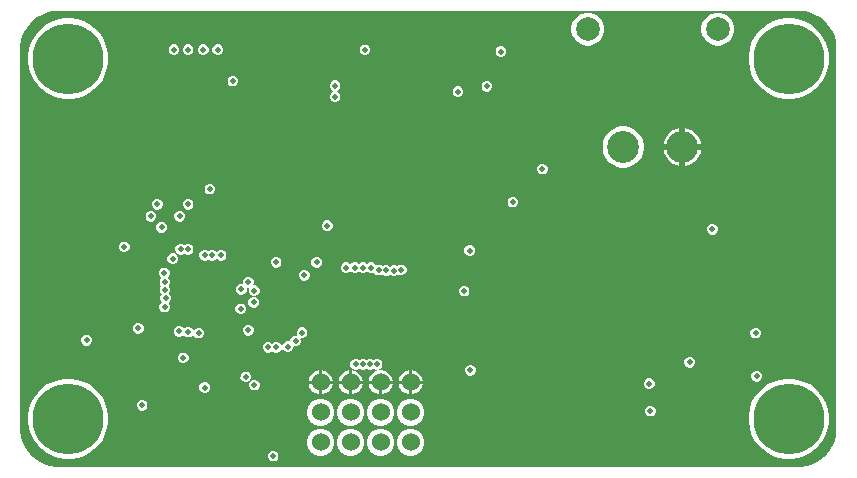
<source format=gbr>
G04*
G04 #@! TF.GenerationSoftware,Altium Limited,Altium Designer,24.7.2 (38)*
G04*
G04 Layer_Physical_Order=2*
G04 Layer_Color=15254943*
%FSLAX25Y25*%
%MOIN*%
G70*
G04*
G04 #@! TF.SameCoordinates,AB7849DE-EAC8-4354-A705-FC1E97C67EB3*
G04*
G04*
G04 #@! TF.FilePolarity,Positive*
G04*
G01*
G75*
%ADD87C,0.23622*%
%ADD88C,0.10630*%
%ADD89C,0.07874*%
%ADD107C,0.01968*%
%ADD108C,0.06000*%
G36*
X390102Y337780D02*
X390930D01*
X392573Y337564D01*
X394173Y337135D01*
X395704Y336501D01*
X397139Y335672D01*
X398453Y334664D01*
X399624Y333492D01*
X400633Y332178D01*
X401461Y330743D01*
X402096Y329212D01*
X402524Y327612D01*
X402740Y325969D01*
X402740Y325141D01*
X402740Y198481D01*
Y197653D01*
X402524Y196010D01*
X402096Y194410D01*
X401461Y192879D01*
X400633Y191444D01*
X399624Y190130D01*
X398453Y188958D01*
X397138Y187950D01*
X395704Y187121D01*
X394173Y186487D01*
X392573Y186058D01*
X390930Y185842D01*
X390102Y185842D01*
X143363Y185842D01*
X142535D01*
X140892Y186058D01*
X139292Y186487D01*
X137761Y187121D01*
X136326Y187950D01*
X135012Y188958D01*
X133840Y190130D01*
X132832Y191444D01*
X132003Y192879D01*
X131369Y194410D01*
X130940Y196010D01*
X130724Y197653D01*
X130724Y198481D01*
X130724Y324803D01*
X130724Y325141D01*
Y325969D01*
X130940Y327612D01*
X131369Y329212D01*
X132003Y330743D01*
X132832Y332178D01*
X133840Y333492D01*
X135012Y334664D01*
X136326Y335672D01*
X137761Y336501D01*
X139292Y337135D01*
X140892Y337564D01*
X142535Y337780D01*
X143363Y337780D01*
X390102Y337780D01*
D02*
G37*
%LPC*%
G36*
X363915Y337205D02*
X362463D01*
X361062Y336829D01*
X359805Y336104D01*
X358778Y335077D01*
X358053Y333820D01*
X357677Y332419D01*
Y330967D01*
X358053Y329565D01*
X358778Y328309D01*
X359805Y327282D01*
X361062Y326557D01*
X362463Y326181D01*
X363915D01*
X365317Y326557D01*
X366573Y327282D01*
X367600Y328309D01*
X368325Y329565D01*
X368701Y330967D01*
Y332419D01*
X368325Y333820D01*
X367600Y335077D01*
X366573Y336104D01*
X365317Y336829D01*
X363915Y337205D01*
D02*
G37*
G36*
X320607D02*
X319156D01*
X317754Y336829D01*
X316498Y336104D01*
X315471Y335077D01*
X314746Y333820D01*
X314370Y332419D01*
Y330967D01*
X314746Y329565D01*
X315471Y328309D01*
X316498Y327282D01*
X317754Y326557D01*
X319156Y326181D01*
X320607D01*
X322009Y326557D01*
X323266Y327282D01*
X324292Y328309D01*
X325018Y329565D01*
X325394Y330967D01*
Y332419D01*
X325018Y333820D01*
X324292Y335077D01*
X323266Y336104D01*
X322009Y336829D01*
X320607Y337205D01*
D02*
G37*
G36*
X196809Y326575D02*
X196104D01*
X195453Y326305D01*
X194955Y325807D01*
X194685Y325155D01*
Y324451D01*
X194955Y323800D01*
X195453Y323301D01*
X196104Y323031D01*
X196809D01*
X197460Y323301D01*
X197959Y323800D01*
X198228Y324451D01*
Y325155D01*
X197959Y325807D01*
X197460Y326305D01*
X196809Y326575D01*
D02*
G37*
G36*
X192085D02*
X191380D01*
X190729Y326305D01*
X190230Y325807D01*
X189961Y325155D01*
Y324451D01*
X190230Y323800D01*
X190729Y323301D01*
X191380Y323031D01*
X192085D01*
X192736Y323301D01*
X193234Y323800D01*
X193504Y324451D01*
Y325155D01*
X193234Y325807D01*
X192736Y326305D01*
X192085Y326575D01*
D02*
G37*
G36*
X186967D02*
X186262D01*
X185611Y326305D01*
X185112Y325807D01*
X184843Y325155D01*
Y324451D01*
X185112Y323800D01*
X185611Y323301D01*
X186262Y323031D01*
X186967D01*
X187618Y323301D01*
X188116Y323800D01*
X188386Y324451D01*
Y325155D01*
X188116Y325807D01*
X187618Y326305D01*
X186967Y326575D01*
D02*
G37*
G36*
X182242D02*
X181537D01*
X180886Y326305D01*
X180388Y325807D01*
X180118Y325155D01*
Y324451D01*
X180388Y323800D01*
X180886Y323301D01*
X181537Y323031D01*
X182242D01*
X182893Y323301D01*
X183392Y323800D01*
X183661Y324451D01*
Y325155D01*
X183392Y325807D01*
X182893Y326305D01*
X182242Y326575D01*
D02*
G37*
G36*
X245931Y326502D02*
X245226D01*
X244575Y326232D01*
X244077Y325733D01*
X243807Y325082D01*
Y324377D01*
X244077Y323726D01*
X244575Y323228D01*
X245226Y322958D01*
X245931D01*
X246582Y323228D01*
X247080Y323726D01*
X247350Y324377D01*
Y325082D01*
X247080Y325733D01*
X246582Y326232D01*
X245931Y326502D01*
D02*
G37*
G36*
X291229Y325978D02*
X290524D01*
X289873Y325708D01*
X289374Y325210D01*
X289105Y324559D01*
Y323854D01*
X289374Y323203D01*
X289873Y322705D01*
X290524Y322435D01*
X291229D01*
X291880Y322705D01*
X292378Y323203D01*
X292648Y323854D01*
Y324559D01*
X292378Y325210D01*
X291880Y325708D01*
X291229Y325978D01*
D02*
G37*
G36*
X201927Y316112D02*
X201222D01*
X200571Y315843D01*
X200073Y315344D01*
X199803Y314693D01*
Y313988D01*
X200073Y313337D01*
X200571Y312839D01*
X201222Y312569D01*
X201927D01*
X202578Y312839D01*
X203077Y313337D01*
X203346Y313988D01*
Y314693D01*
X203077Y315344D01*
X202578Y315843D01*
X201927Y316112D01*
D02*
G37*
G36*
X286573Y314370D02*
X285868D01*
X285217Y314100D01*
X284718Y313602D01*
X284449Y312951D01*
Y312246D01*
X284718Y311595D01*
X285217Y311097D01*
X285868Y310827D01*
X286573D01*
X287224Y311097D01*
X287722Y311595D01*
X287992Y312246D01*
Y312951D01*
X287722Y313602D01*
X287224Y314100D01*
X286573Y314370D01*
D02*
G37*
G36*
X276886Y312598D02*
X276181D01*
X275530Y312329D01*
X275032Y311830D01*
X274762Y311179D01*
Y310474D01*
X275032Y309823D01*
X275530Y309325D01*
X276181Y309055D01*
X276886D01*
X277537Y309325D01*
X278035Y309823D01*
X278305Y310474D01*
Y311179D01*
X278035Y311830D01*
X277537Y312329D01*
X276886Y312598D01*
D02*
G37*
G36*
X387864Y335236D02*
X385757D01*
X383677Y334907D01*
X381673Y334256D01*
X379795Y333299D01*
X378091Y332061D01*
X376601Y330571D01*
X375362Y328866D01*
X374406Y326989D01*
X373755Y324985D01*
X373425Y322904D01*
Y320797D01*
X373755Y318716D01*
X374406Y316712D01*
X375362Y314835D01*
X376601Y313130D01*
X378091Y311640D01*
X379795Y310402D01*
X381673Y309445D01*
X383677Y308794D01*
X385757Y308465D01*
X387864D01*
X389946Y308794D01*
X391949Y309445D01*
X393827Y310402D01*
X395531Y311640D01*
X397021Y313130D01*
X398260Y314835D01*
X399216Y316712D01*
X399867Y318716D01*
X400197Y320797D01*
Y322904D01*
X399867Y324985D01*
X399216Y326989D01*
X398260Y328866D01*
X397021Y330571D01*
X395531Y332061D01*
X393827Y333299D01*
X391949Y334256D01*
X389946Y334907D01*
X387864Y335236D01*
D02*
G37*
G36*
X147707D02*
X145600D01*
X143519Y334907D01*
X141515Y334256D01*
X139638Y333299D01*
X137933Y332061D01*
X136443Y330571D01*
X135205Y328866D01*
X134248Y326989D01*
X133597Y324985D01*
X133268Y322904D01*
Y320797D01*
X133597Y318716D01*
X134248Y316712D01*
X135205Y314835D01*
X136443Y313130D01*
X137933Y311640D01*
X139638Y310402D01*
X141515Y309445D01*
X143519Y308794D01*
X145600Y308465D01*
X147707D01*
X149788Y308794D01*
X151792Y309445D01*
X153669Y310402D01*
X155374Y311640D01*
X156864Y313130D01*
X158102Y314835D01*
X159059Y316712D01*
X159710Y318716D01*
X160039Y320797D01*
Y322904D01*
X159710Y324985D01*
X159059Y326989D01*
X158102Y328866D01*
X156864Y330571D01*
X155374Y332061D01*
X153669Y333299D01*
X151792Y334256D01*
X149788Y334907D01*
X147707Y335236D01*
D02*
G37*
G36*
X235982Y314567D02*
X235278D01*
X234626Y314297D01*
X234128Y313799D01*
X233858Y313148D01*
Y312443D01*
X234128Y311792D01*
X234626Y311293D01*
X235058Y311115D01*
Y310736D01*
X234626Y310557D01*
X234128Y310059D01*
X233858Y309407D01*
Y308703D01*
X234128Y308052D01*
X234626Y307553D01*
X235278Y307283D01*
X235982D01*
X236633Y307553D01*
X237132Y308052D01*
X237402Y308703D01*
Y309407D01*
X237132Y310059D01*
X236633Y310557D01*
X236202Y310736D01*
Y311115D01*
X236633Y311293D01*
X237132Y311792D01*
X237402Y312443D01*
Y313148D01*
X237132Y313799D01*
X236633Y314297D01*
X235982Y314567D01*
D02*
G37*
G36*
X352378Y298563D02*
Y293323D01*
X357618D01*
X357450Y294165D01*
X356974Y295314D01*
X356283Y296348D01*
X355403Y297228D01*
X354369Y297919D01*
X353220Y298395D01*
X352378Y298563D01*
D02*
G37*
G36*
X350378D02*
X349536Y298395D01*
X348387Y297919D01*
X347352Y297228D01*
X346473Y296348D01*
X345782Y295314D01*
X345306Y294165D01*
X345138Y293323D01*
X350378D01*
Y298563D01*
D02*
G37*
G36*
X357618Y291323D02*
X352378D01*
Y286083D01*
X353220Y286251D01*
X354369Y286727D01*
X355403Y287418D01*
X356283Y288297D01*
X356974Y289332D01*
X357450Y290481D01*
X357618Y291323D01*
D02*
G37*
G36*
X350378D02*
X345138D01*
X345306Y290481D01*
X345782Y289332D01*
X346473Y288297D01*
X347352Y287418D01*
X348387Y286727D01*
X349536Y286251D01*
X350378Y286083D01*
Y291323D01*
D02*
G37*
G36*
X332371Y299213D02*
X331014D01*
X329683Y298948D01*
X328429Y298429D01*
X327301Y297674D01*
X326341Y296715D01*
X325587Y295586D01*
X325068Y294333D01*
X324803Y293001D01*
Y291644D01*
X325068Y290313D01*
X325587Y289059D01*
X326341Y287931D01*
X327301Y286971D01*
X328429Y286217D01*
X329683Y285698D01*
X331014Y285433D01*
X332371D01*
X333703Y285698D01*
X334956Y286217D01*
X336085Y286971D01*
X337045Y287931D01*
X337799Y289059D01*
X338318Y290313D01*
X338583Y291644D01*
Y293001D01*
X338318Y294333D01*
X337799Y295586D01*
X337045Y296715D01*
X336085Y297674D01*
X334956Y298429D01*
X333703Y298948D01*
X332371Y299213D01*
D02*
G37*
G36*
X305077Y286811D02*
X304372D01*
X303721Y286541D01*
X303222Y286043D01*
X302953Y285392D01*
Y284687D01*
X303222Y284036D01*
X303721Y283537D01*
X304372Y283268D01*
X305077D01*
X305728Y283537D01*
X306226Y284036D01*
X306496Y284687D01*
Y285392D01*
X306226Y286043D01*
X305728Y286541D01*
X305077Y286811D01*
D02*
G37*
G36*
X194250Y280118D02*
X193545D01*
X192894Y279848D01*
X192396Y279350D01*
X192126Y278699D01*
Y277994D01*
X192396Y277343D01*
X192894Y276845D01*
X193545Y276575D01*
X194250D01*
X194901Y276845D01*
X195400Y277343D01*
X195669Y277994D01*
Y278699D01*
X195400Y279350D01*
X194901Y279848D01*
X194250Y280118D01*
D02*
G37*
G36*
X295234Y275787D02*
X294530D01*
X293878Y275518D01*
X293380Y275019D01*
X293110Y274368D01*
Y273663D01*
X293380Y273012D01*
X293878Y272514D01*
X294530Y272244D01*
X295234D01*
X295885Y272514D01*
X296384Y273012D01*
X296654Y273663D01*
Y274368D01*
X296384Y275019D01*
X295885Y275518D01*
X295234Y275787D01*
D02*
G37*
G36*
X186967Y275000D02*
X186262D01*
X185611Y274730D01*
X185112Y274232D01*
X184843Y273581D01*
Y272876D01*
X185112Y272225D01*
X185611Y271726D01*
X186262Y271457D01*
X186967D01*
X187618Y271726D01*
X188116Y272225D01*
X188386Y272876D01*
Y273581D01*
X188116Y274232D01*
X187618Y274730D01*
X186967Y275000D01*
D02*
G37*
G36*
X176730D02*
X176025D01*
X175374Y274730D01*
X174876Y274232D01*
X174606Y273581D01*
Y272876D01*
X174876Y272225D01*
X175374Y271726D01*
X176025Y271457D01*
X176730D01*
X177382Y271726D01*
X177880Y272225D01*
X178150Y272876D01*
Y273581D01*
X177880Y274232D01*
X177382Y274730D01*
X176730Y275000D01*
D02*
G37*
G36*
X184211Y271063D02*
X183506D01*
X182855Y270793D01*
X182356Y270295D01*
X182087Y269644D01*
Y268939D01*
X182356Y268288D01*
X182855Y267789D01*
X183506Y267520D01*
X184211D01*
X184862Y267789D01*
X185360Y268288D01*
X185630Y268939D01*
Y269644D01*
X185360Y270295D01*
X184862Y270793D01*
X184211Y271063D01*
D02*
G37*
G36*
X174565D02*
X173860D01*
X173209Y270793D01*
X172711Y270295D01*
X172441Y269644D01*
Y268939D01*
X172711Y268288D01*
X173209Y267789D01*
X173860Y267520D01*
X174565D01*
X175216Y267789D01*
X175715Y268288D01*
X175984Y268939D01*
Y269644D01*
X175715Y270295D01*
X175216Y270793D01*
X174565Y271063D01*
D02*
G37*
G36*
X233423Y267913D02*
X232718D01*
X232067Y267644D01*
X231569Y267145D01*
X231299Y266494D01*
Y265789D01*
X231569Y265138D01*
X232067Y264640D01*
X232718Y264370D01*
X233423D01*
X234074Y264640D01*
X234573Y265138D01*
X234842Y265789D01*
Y266494D01*
X234573Y267145D01*
X234074Y267644D01*
X233423Y267913D01*
D02*
G37*
G36*
X178108Y267323D02*
X177403D01*
X176752Y267053D01*
X176254Y266555D01*
X175984Y265904D01*
Y265199D01*
X176254Y264548D01*
X176752Y264049D01*
X177403Y263779D01*
X178108D01*
X178760Y264049D01*
X179258Y264548D01*
X179528Y265199D01*
Y265904D01*
X179258Y266555D01*
X178760Y267053D01*
X178108Y267323D01*
D02*
G37*
G36*
X361770Y266732D02*
X361065D01*
X360414Y266463D01*
X359915Y265964D01*
X359646Y265313D01*
Y264608D01*
X359915Y263957D01*
X360414Y263459D01*
X361065Y263189D01*
X361770D01*
X362421Y263459D01*
X362919Y263957D01*
X363189Y264608D01*
Y265313D01*
X362919Y265964D01*
X362421Y266463D01*
X361770Y266732D01*
D02*
G37*
G36*
X186967Y260039D02*
X186262D01*
X185611Y259770D01*
X185376Y259535D01*
X185141Y259770D01*
X184490Y260039D01*
X183785D01*
X183134Y259770D01*
X182636Y259271D01*
X182366Y258620D01*
Y257915D01*
X182636Y257264D01*
X183134Y256766D01*
X183785Y256496D01*
X184490D01*
X185141Y256766D01*
X185376Y257000D01*
X185611Y256766D01*
X186262Y256496D01*
X186967D01*
X187618Y256766D01*
X188116Y257264D01*
X188386Y257915D01*
Y258620D01*
X188116Y259271D01*
X187618Y259770D01*
X186967Y260039D01*
D02*
G37*
G36*
X197990Y258071D02*
X197285D01*
X196634Y257801D01*
X196143Y257310D01*
X195651Y257801D01*
X195000Y258071D01*
X194295D01*
X193644Y257801D01*
X193387Y257544D01*
X193130Y257801D01*
X192478Y258071D01*
X191774D01*
X191122Y257801D01*
X190624Y257303D01*
X190354Y256652D01*
Y255947D01*
X190624Y255296D01*
X191122Y254797D01*
X191774Y254528D01*
X192478D01*
X193130Y254797D01*
X193387Y255054D01*
X193644Y254797D01*
X194295Y254528D01*
X195000D01*
X195651Y254797D01*
X196143Y255289D01*
X196634Y254797D01*
X197285Y254528D01*
X197990D01*
X198641Y254797D01*
X199140Y255296D01*
X199409Y255947D01*
Y256652D01*
X199140Y257303D01*
X198641Y257801D01*
X197990Y258071D01*
D02*
G37*
G36*
X165707Y260827D02*
X165002D01*
X164351Y260557D01*
X163852Y260059D01*
X163583Y259407D01*
Y258703D01*
X163852Y258052D01*
X164351Y257553D01*
X165002Y257283D01*
X165707D01*
X166358Y257553D01*
X166856Y258052D01*
X167126Y258703D01*
Y259407D01*
X166856Y260059D01*
X166358Y260557D01*
X165707Y260827D01*
D02*
G37*
G36*
X280864Y259646D02*
X280159D01*
X279508Y259376D01*
X279010Y258878D01*
X278740Y258226D01*
Y257522D01*
X279010Y256871D01*
X279508Y256372D01*
X280159Y256102D01*
X280864D01*
X281515Y256372D01*
X282014Y256871D01*
X282283Y257522D01*
Y258226D01*
X282014Y258878D01*
X281515Y259376D01*
X280864Y259646D01*
D02*
G37*
G36*
X181849Y256890D02*
X181144D01*
X180492Y256620D01*
X179994Y256122D01*
X179724Y255470D01*
Y254766D01*
X179994Y254115D01*
X180492Y253616D01*
X181144Y253346D01*
X181849D01*
X182500Y253616D01*
X182998Y254115D01*
X183268Y254766D01*
Y255470D01*
X182998Y256122D01*
X182500Y256620D01*
X181849Y256890D01*
D02*
G37*
G36*
X247990Y253937D02*
X247285D01*
X246634Y253667D01*
X246260Y253293D01*
X245885Y253667D01*
X245234Y253937D01*
X244530D01*
X243878Y253667D01*
X243504Y253293D01*
X243129Y253667D01*
X242478Y253937D01*
X241774D01*
X241122Y253667D01*
X240748Y253293D01*
X240374Y253667D01*
X239722Y253937D01*
X239018D01*
X238367Y253667D01*
X237868Y253169D01*
X237598Y252518D01*
Y251813D01*
X237868Y251162D01*
X238367Y250663D01*
X239018Y250394D01*
X239722D01*
X240374Y250663D01*
X240748Y251038D01*
X241122Y250663D01*
X241774Y250394D01*
X242478D01*
X243129Y250663D01*
X243504Y251038D01*
X243878Y250663D01*
X244530Y250394D01*
X245234D01*
X245885Y250663D01*
X246260Y251038D01*
X246634Y250663D01*
X247285Y250394D01*
X247990D01*
X248497Y250604D01*
X248594Y250370D01*
X249093Y249871D01*
X249744Y249601D01*
X250449D01*
X251100Y249871D01*
X251382Y250153D01*
X251733Y249803D01*
X252384Y249533D01*
X253089D01*
X253740Y249803D01*
X253908Y249971D01*
X254206Y249673D01*
X254857Y249403D01*
X255562D01*
X256213Y249673D01*
X256545Y250005D01*
X256674Y249876D01*
X257325Y249606D01*
X258030D01*
X258681Y249876D01*
X259179Y250374D01*
X259449Y251026D01*
Y251730D01*
X259179Y252381D01*
X258681Y252880D01*
X258030Y253150D01*
X257325D01*
X256674Y252880D01*
X256341Y252548D01*
X256213Y252676D01*
X255562Y252946D01*
X254857D01*
X254206Y252676D01*
X254038Y252509D01*
X253740Y252807D01*
X253089Y253076D01*
X252384D01*
X251733Y252807D01*
X251450Y252524D01*
X251100Y252875D01*
X250449Y253145D01*
X249744D01*
X249237Y252935D01*
X249140Y253169D01*
X248641Y253667D01*
X247990Y253937D01*
D02*
G37*
G36*
X216297Y255709D02*
X215593D01*
X214941Y255439D01*
X214443Y254941D01*
X214173Y254289D01*
Y253585D01*
X214443Y252933D01*
X214941Y252435D01*
X215593Y252165D01*
X216297D01*
X216948Y252435D01*
X217447Y252933D01*
X217717Y253585D01*
Y254289D01*
X217447Y254941D01*
X216948Y255439D01*
X216297Y255709D01*
D02*
G37*
G36*
X229799Y255656D02*
X229094D01*
X228443Y255386D01*
X227944Y254888D01*
X227675Y254236D01*
Y253532D01*
X227944Y252881D01*
X228443Y252382D01*
X229094Y252112D01*
X229799D01*
X230450Y252382D01*
X230948Y252881D01*
X231218Y253532D01*
Y254236D01*
X230948Y254888D01*
X230450Y255386D01*
X229799Y255656D01*
D02*
G37*
G36*
X225746Y251378D02*
X225041D01*
X224390Y251108D01*
X223892Y250610D01*
X223622Y249959D01*
Y249254D01*
X223892Y248603D01*
X224390Y248104D01*
X225041Y247835D01*
X225746D01*
X226397Y248104D01*
X226896Y248603D01*
X227165Y249254D01*
Y249959D01*
X226896Y250610D01*
X226397Y251108D01*
X225746Y251378D01*
D02*
G37*
G36*
X207045Y249016D02*
X206341D01*
X205689Y248746D01*
X205191Y248248D01*
X204921Y247597D01*
Y246934D01*
X204792Y246782D01*
X204641Y246654D01*
X203978D01*
X203327Y246384D01*
X202829Y245885D01*
X202559Y245234D01*
Y244530D01*
X202829Y243878D01*
X203327Y243380D01*
X203978Y243110D01*
X204683D01*
X205334Y243380D01*
X205833Y243878D01*
X206102Y244530D01*
Y245192D01*
X206231Y245344D01*
X206383Y245472D01*
X206773D01*
X207007Y245122D01*
X206890Y244841D01*
Y244136D01*
X207159Y243485D01*
X207658Y242986D01*
X208309Y242717D01*
X209014D01*
X209665Y242986D01*
X210163Y243485D01*
X210433Y244136D01*
Y244841D01*
X210163Y245492D01*
X209665Y245990D01*
X209014Y246260D01*
X208582D01*
X208348Y246610D01*
X208465Y246892D01*
Y247597D01*
X208195Y248248D01*
X207697Y248746D01*
X207045Y249016D01*
D02*
G37*
G36*
X278942Y246122D02*
X278237D01*
X277586Y245852D01*
X277088Y245353D01*
X276818Y244702D01*
Y243997D01*
X277088Y243346D01*
X277586Y242848D01*
X278237Y242578D01*
X278942D01*
X279593Y242848D01*
X280092Y243346D01*
X280361Y243997D01*
Y244702D01*
X280092Y245353D01*
X279593Y245852D01*
X278942Y246122D01*
D02*
G37*
G36*
X208817Y242323D02*
X208112D01*
X207461Y242053D01*
X206963Y241555D01*
X206693Y240904D01*
Y240199D01*
X206963Y239548D01*
X207461Y239049D01*
X208112Y238779D01*
X208817D01*
X209468Y239049D01*
X209966Y239548D01*
X210236Y240199D01*
Y240904D01*
X209966Y241555D01*
X209468Y242053D01*
X208817Y242323D01*
D02*
G37*
G36*
X179093Y252165D02*
X178388D01*
X177737Y251896D01*
X177238Y251397D01*
X176969Y250746D01*
Y250041D01*
X177238Y249390D01*
X177737Y248892D01*
X177687Y248533D01*
X177402Y248248D01*
X177132Y247597D01*
Y246892D01*
X177402Y246241D01*
X177637Y246006D01*
X177402Y245772D01*
X177132Y245121D01*
Y244416D01*
X177402Y243765D01*
X177900Y243266D01*
X177911Y243212D01*
X177632Y242933D01*
X177362Y242282D01*
Y241577D01*
X177632Y240926D01*
X177814Y240743D01*
X177768Y240509D01*
X177269Y240011D01*
X176999Y239360D01*
Y238655D01*
X177269Y238004D01*
X177768Y237505D01*
X178419Y237236D01*
X179123D01*
X179775Y237505D01*
X180273Y238004D01*
X180543Y238655D01*
Y239360D01*
X180273Y240011D01*
X180091Y240193D01*
X180137Y240427D01*
X180636Y240926D01*
X180905Y241577D01*
Y242282D01*
X180636Y242933D01*
X180137Y243431D01*
X180127Y243485D01*
X180406Y243765D01*
X180676Y244416D01*
Y245121D01*
X180406Y245772D01*
X180171Y246006D01*
X180406Y246241D01*
X180676Y246892D01*
Y247597D01*
X180406Y248248D01*
X179908Y248746D01*
X179957Y249105D01*
X180242Y249390D01*
X180512Y250041D01*
Y250746D01*
X180242Y251397D01*
X179744Y251896D01*
X179093Y252165D01*
D02*
G37*
G36*
X204486Y240158D02*
X203782D01*
X203130Y239888D01*
X202632Y239389D01*
X202362Y238738D01*
Y238033D01*
X202632Y237382D01*
X203130Y236884D01*
X203782Y236614D01*
X204486D01*
X205137Y236884D01*
X205636Y237382D01*
X205906Y238033D01*
Y238738D01*
X205636Y239389D01*
X205137Y239888D01*
X204486Y240158D01*
D02*
G37*
G36*
X170398Y233661D02*
X169693D01*
X169042Y233392D01*
X168544Y232893D01*
X168274Y232242D01*
Y231537D01*
X168544Y230886D01*
X169042Y230388D01*
X169693Y230118D01*
X170398D01*
X171049Y230388D01*
X171548Y230886D01*
X171817Y231537D01*
Y232242D01*
X171548Y232893D01*
X171049Y233392D01*
X170398Y233661D01*
D02*
G37*
G36*
X207045Y233071D02*
X206341D01*
X205689Y232801D01*
X205191Y232303D01*
X204921Y231652D01*
Y230947D01*
X205191Y230296D01*
X205689Y229797D01*
X206341Y229528D01*
X207045D01*
X207697Y229797D01*
X208195Y230296D01*
X208465Y230947D01*
Y231652D01*
X208195Y232303D01*
X207697Y232801D01*
X207045Y233071D01*
D02*
G37*
G36*
X376140Y232087D02*
X375435D01*
X374784Y231817D01*
X374286Y231318D01*
X374016Y230667D01*
Y229963D01*
X374286Y229311D01*
X374784Y228813D01*
X375435Y228543D01*
X376140D01*
X376791Y228813D01*
X377289Y229311D01*
X377559Y229963D01*
Y230667D01*
X377289Y231318D01*
X376791Y231817D01*
X376140Y232087D01*
D02*
G37*
G36*
X184031Y232648D02*
X183326D01*
X182675Y232378D01*
X182177Y231880D01*
X181907Y231228D01*
Y230524D01*
X182177Y229872D01*
X182675Y229374D01*
X183326Y229104D01*
X184031D01*
X184682Y229374D01*
X185017Y229708D01*
X185221Y229668D01*
X185720Y229169D01*
X186371Y228900D01*
X187076D01*
X187727Y229169D01*
X188157Y229600D01*
X188447Y229590D01*
X188556Y229552D01*
X188655Y229311D01*
X189154Y228813D01*
X189805Y228543D01*
X190510D01*
X191161Y228813D01*
X191659Y229311D01*
X191929Y229963D01*
Y230667D01*
X191659Y231318D01*
X191161Y231817D01*
X190510Y232087D01*
X189805D01*
X189154Y231817D01*
X188724Y231386D01*
X188433Y231396D01*
X188325Y231434D01*
X188225Y231675D01*
X187727Y232173D01*
X187076Y232443D01*
X186371D01*
X185720Y232173D01*
X185385Y231839D01*
X185181Y231880D01*
X184682Y232378D01*
X184031Y232648D01*
D02*
G37*
G36*
X224959Y232283D02*
X224254D01*
X223603Y232014D01*
X223104Y231515D01*
X222835Y230864D01*
Y230159D01*
X222970Y229833D01*
X222901Y229714D01*
X222717Y229528D01*
X222089D01*
X221437Y229258D01*
X220939Y228760D01*
X220669Y228108D01*
Y227758D01*
X220319Y227524D01*
X220234Y227559D01*
X219530D01*
X218878Y227289D01*
X218380Y226791D01*
X218110Y226140D01*
Y226055D01*
X217760Y225985D01*
X217526Y226550D01*
X217028Y227048D01*
X216377Y227318D01*
X215672D01*
X215021Y227048D01*
X214727Y226755D01*
X214389Y227093D01*
X213738Y227362D01*
X213033D01*
X212382Y227093D01*
X211884Y226594D01*
X211614Y225943D01*
Y225238D01*
X211884Y224587D01*
X212382Y224089D01*
X213033Y223819D01*
X213738D01*
X214389Y224089D01*
X214683Y224382D01*
X215021Y224044D01*
X215672Y223775D01*
X216377D01*
X217028Y224044D01*
X217526Y224543D01*
X217796Y225194D01*
Y225279D01*
X218146Y225349D01*
X218380Y224784D01*
X218878Y224286D01*
X219530Y224016D01*
X220234D01*
X220885Y224286D01*
X221384Y224784D01*
X221654Y225435D01*
Y225786D01*
X222004Y226020D01*
X222089Y225984D01*
X222793D01*
X223445Y226254D01*
X223943Y226752D01*
X224213Y227403D01*
Y228108D01*
X224078Y228434D01*
X224147Y228554D01*
X224330Y228740D01*
X224959D01*
X225610Y229010D01*
X226108Y229508D01*
X226378Y230159D01*
Y230864D01*
X226108Y231515D01*
X225610Y232014D01*
X224959Y232283D01*
D02*
G37*
G36*
X153108Y229724D02*
X152403D01*
X151752Y229455D01*
X151254Y228956D01*
X150984Y228305D01*
Y227600D01*
X151254Y226949D01*
X151752Y226451D01*
X152403Y226181D01*
X153108D01*
X153760Y226451D01*
X154258Y226949D01*
X154528Y227600D01*
Y228305D01*
X154258Y228956D01*
X153760Y229455D01*
X153108Y229724D01*
D02*
G37*
G36*
X249959Y221654D02*
X249254D01*
X248603Y221384D01*
X248425Y221206D01*
X248248Y221384D01*
X247597Y221654D01*
X246892D01*
X246240Y221384D01*
X246063Y221206D01*
X245885Y221384D01*
X245234Y221654D01*
X244530D01*
X243878Y221384D01*
X243701Y221206D01*
X243523Y221384D01*
X242872Y221654D01*
X242167D01*
X241516Y221384D01*
X241018Y220885D01*
X240748Y220234D01*
Y219530D01*
X241018Y218878D01*
X241516Y218380D01*
X242167Y218110D01*
X242872D01*
X243523Y218380D01*
X243701Y218558D01*
X243878Y218380D01*
X244530Y218110D01*
X245234D01*
X245885Y218380D01*
X246063Y218558D01*
X246240Y218380D01*
X246892Y218110D01*
X247597D01*
X248248Y218380D01*
X248425Y218558D01*
X248603Y218380D01*
X249254Y218110D01*
X249555D01*
X249601Y217760D01*
X249243Y217664D01*
X248331Y217138D01*
X247587Y216393D01*
X247060Y215481D01*
X246787Y214464D01*
Y214437D01*
X250787D01*
X254787D01*
Y214464D01*
X254515Y215481D01*
X253988Y216393D01*
X253243Y217138D01*
X252331Y217664D01*
X251314Y217937D01*
X250455D01*
X250385Y218287D01*
X250610Y218380D01*
X251108Y218878D01*
X251378Y219530D01*
Y220234D01*
X251108Y220885D01*
X250610Y221384D01*
X249959Y221654D01*
D02*
G37*
G36*
X185392Y223819D02*
X184687D01*
X184036Y223549D01*
X183537Y223051D01*
X183268Y222400D01*
Y221695D01*
X183537Y221044D01*
X184036Y220545D01*
X184687Y220276D01*
X185392D01*
X186043Y220545D01*
X186541Y221044D01*
X186811Y221695D01*
Y222400D01*
X186541Y223051D01*
X186043Y223549D01*
X185392Y223819D01*
D02*
G37*
G36*
X354175Y222376D02*
X353470D01*
X352819Y222106D01*
X352321Y221607D01*
X352051Y220956D01*
Y220252D01*
X352321Y219600D01*
X352819Y219102D01*
X353470Y218832D01*
X354175D01*
X354826Y219102D01*
X355324Y219600D01*
X355594Y220252D01*
Y220956D01*
X355324Y221607D01*
X354826Y222106D01*
X354175Y222376D01*
D02*
G37*
G36*
X281061Y219685D02*
X280356D01*
X279705Y219415D01*
X279207Y218917D01*
X278937Y218266D01*
Y217561D01*
X279207Y216910D01*
X279705Y216411D01*
X280356Y216142D01*
X281061D01*
X281712Y216411D01*
X282211Y216910D01*
X282480Y217561D01*
Y218266D01*
X282211Y218917D01*
X281712Y219415D01*
X281061Y219685D01*
D02*
G37*
G36*
X261314Y217937D02*
X261287D01*
Y214437D01*
X264787D01*
Y214464D01*
X264515Y215481D01*
X263988Y216393D01*
X263244Y217138D01*
X262331Y217664D01*
X261314Y217937D01*
D02*
G37*
G36*
X241314D02*
X241287D01*
Y214437D01*
X244787D01*
Y214464D01*
X244515Y215481D01*
X243988Y216393D01*
X243244Y217138D01*
X242331Y217664D01*
X241314Y217937D01*
D02*
G37*
G36*
X231314D02*
X231287D01*
Y214437D01*
X234787D01*
Y214464D01*
X234515Y215481D01*
X233988Y216393D01*
X233243Y217138D01*
X232331Y217664D01*
X231314Y217937D01*
D02*
G37*
G36*
X230287D02*
X230261D01*
X229243Y217664D01*
X228331Y217138D01*
X227587Y216393D01*
X227060Y215481D01*
X226787Y214464D01*
Y214437D01*
X230287D01*
Y217937D01*
D02*
G37*
G36*
X260287D02*
X260261D01*
X259243Y217664D01*
X258331Y217138D01*
X257587Y216393D01*
X257060Y215481D01*
X256787Y214464D01*
Y214437D01*
X260287D01*
Y217937D01*
D02*
G37*
G36*
X240287D02*
X240261D01*
X239244Y217664D01*
X238331Y217138D01*
X237587Y216393D01*
X237060Y215481D01*
X236787Y214464D01*
Y214437D01*
X240287D01*
Y217937D01*
D02*
G37*
G36*
X376534Y217717D02*
X375829D01*
X375178Y217447D01*
X374679Y216948D01*
X374410Y216297D01*
Y215593D01*
X374679Y214941D01*
X375178Y214443D01*
X375829Y214173D01*
X376534D01*
X377185Y214443D01*
X377683Y214941D01*
X377953Y215593D01*
Y216297D01*
X377683Y216948D01*
X377185Y217447D01*
X376534Y217717D01*
D02*
G37*
G36*
X206144Y217520D02*
X205439D01*
X204788Y217250D01*
X204289Y216752D01*
X204020Y216100D01*
Y215396D01*
X204289Y214744D01*
X204788Y214246D01*
X205439Y213976D01*
X206144D01*
X206795Y214246D01*
X207293Y214744D01*
X207563Y215396D01*
Y216100D01*
X207293Y216752D01*
X206795Y217250D01*
X206144Y217520D01*
D02*
G37*
G36*
X340751Y215240D02*
X340046D01*
X339395Y214970D01*
X338896Y214472D01*
X338627Y213821D01*
Y213116D01*
X338896Y212465D01*
X339395Y211967D01*
X340046Y211697D01*
X340751D01*
X341402Y211967D01*
X341900Y212465D01*
X342170Y213116D01*
Y213821D01*
X341900Y214472D01*
X341402Y214970D01*
X340751Y215240D01*
D02*
G37*
G36*
X209014Y214764D02*
X208309D01*
X207658Y214494D01*
X207159Y213996D01*
X206890Y213345D01*
Y212640D01*
X207159Y211989D01*
X207658Y211490D01*
X208309Y211221D01*
X209014D01*
X209665Y211490D01*
X210163Y211989D01*
X210433Y212640D01*
Y213345D01*
X210163Y213996D01*
X209665Y214494D01*
X209014Y214764D01*
D02*
G37*
G36*
X192478Y213976D02*
X191774D01*
X191122Y213707D01*
X190624Y213208D01*
X190354Y212557D01*
Y211852D01*
X190624Y211201D01*
X191122Y210703D01*
X191774Y210433D01*
X192478D01*
X193130Y210703D01*
X193628Y211201D01*
X193898Y211852D01*
Y212557D01*
X193628Y213208D01*
X193130Y213707D01*
X192478Y213976D01*
D02*
G37*
G36*
X264787Y213437D02*
X261287D01*
Y209937D01*
X261314D01*
X262331Y210210D01*
X263244Y210736D01*
X263988Y211481D01*
X264515Y212393D01*
X264787Y213410D01*
Y213437D01*
D02*
G37*
G36*
X260287D02*
X256787D01*
Y213410D01*
X257060Y212393D01*
X257587Y211481D01*
X258331Y210736D01*
X259243Y210210D01*
X260261Y209937D01*
X260287D01*
Y213437D01*
D02*
G37*
G36*
X254787D02*
X251287D01*
Y209937D01*
X251314D01*
X252331Y210210D01*
X253243Y210736D01*
X253988Y211481D01*
X254515Y212393D01*
X254787Y213410D01*
Y213437D01*
D02*
G37*
G36*
X250287D02*
X246787D01*
Y213410D01*
X247060Y212393D01*
X247587Y211481D01*
X248331Y210736D01*
X249243Y210210D01*
X250261Y209937D01*
X250287D01*
Y213437D01*
D02*
G37*
G36*
X244787D02*
X241287D01*
Y209937D01*
X241314D01*
X242331Y210210D01*
X243244Y210736D01*
X243988Y211481D01*
X244515Y212393D01*
X244787Y213410D01*
Y213437D01*
D02*
G37*
G36*
X240287D02*
X236787D01*
Y213410D01*
X237060Y212393D01*
X237587Y211481D01*
X238331Y210736D01*
X239244Y210210D01*
X240261Y209937D01*
X240287D01*
Y213437D01*
D02*
G37*
G36*
X234787D02*
X231287D01*
Y209937D01*
X231314D01*
X232331Y210210D01*
X233243Y210736D01*
X233988Y211481D01*
X234515Y212393D01*
X234787Y213410D01*
Y213437D01*
D02*
G37*
G36*
X230287D02*
X226787D01*
Y213410D01*
X227060Y212393D01*
X227587Y211481D01*
X228331Y210736D01*
X229243Y210210D01*
X230261Y209937D01*
X230287D01*
Y213437D01*
D02*
G37*
G36*
X171612Y208071D02*
X170907D01*
X170256Y207801D01*
X169758Y207303D01*
X169488Y206652D01*
Y205947D01*
X169758Y205296D01*
X170256Y204797D01*
X170907Y204528D01*
X171612D01*
X172263Y204797D01*
X172762Y205296D01*
X173031Y205947D01*
Y206652D01*
X172762Y207303D01*
X172263Y207801D01*
X171612Y208071D01*
D02*
G37*
G36*
X341100Y206144D02*
X340396D01*
X339744Y205874D01*
X339246Y205376D01*
X338976Y204724D01*
Y204020D01*
X339246Y203368D01*
X339744Y202870D01*
X340396Y202600D01*
X341100D01*
X341752Y202870D01*
X342250Y203368D01*
X342520Y204020D01*
Y204724D01*
X342250Y205376D01*
X341752Y205874D01*
X341100Y206144D01*
D02*
G37*
G36*
X261390Y208512D02*
X260185D01*
X259022Y208200D01*
X257978Y207598D01*
X257127Y206746D01*
X256524Y205703D01*
X256213Y204539D01*
Y203335D01*
X256524Y202171D01*
X257127Y201128D01*
X257978Y200276D01*
X259022Y199674D01*
X260185Y199362D01*
X261390D01*
X262553Y199674D01*
X263596Y200276D01*
X264448Y201128D01*
X265050Y202171D01*
X265362Y203335D01*
Y204539D01*
X265050Y205703D01*
X264448Y206746D01*
X263596Y207598D01*
X262553Y208200D01*
X261390Y208512D01*
D02*
G37*
G36*
X251390D02*
X250185D01*
X249022Y208200D01*
X247978Y207598D01*
X247127Y206746D01*
X246524Y205703D01*
X246213Y204539D01*
Y203335D01*
X246524Y202171D01*
X247127Y201128D01*
X247978Y200276D01*
X249022Y199674D01*
X250185Y199362D01*
X251390D01*
X252553Y199674D01*
X253596Y200276D01*
X254448Y201128D01*
X255050Y202171D01*
X255362Y203335D01*
Y204539D01*
X255050Y205703D01*
X254448Y206746D01*
X253596Y207598D01*
X252553Y208200D01*
X251390Y208512D01*
D02*
G37*
G36*
X241390D02*
X240185D01*
X239022Y208200D01*
X237978Y207598D01*
X237127Y206746D01*
X236524Y205703D01*
X236213Y204539D01*
Y203335D01*
X236524Y202171D01*
X237127Y201128D01*
X237978Y200276D01*
X239022Y199674D01*
X240185Y199362D01*
X241390D01*
X242553Y199674D01*
X243596Y200276D01*
X244448Y201128D01*
X245050Y202171D01*
X245362Y203335D01*
Y204539D01*
X245050Y205703D01*
X244448Y206746D01*
X243596Y207598D01*
X242553Y208200D01*
X241390Y208512D01*
D02*
G37*
G36*
X231390D02*
X230185D01*
X229022Y208200D01*
X227978Y207598D01*
X227127Y206746D01*
X226524Y205703D01*
X226213Y204539D01*
Y203335D01*
X226524Y202171D01*
X227127Y201128D01*
X227978Y200276D01*
X229022Y199674D01*
X230185Y199362D01*
X231390D01*
X232553Y199674D01*
X233596Y200276D01*
X234448Y201128D01*
X235050Y202171D01*
X235362Y203335D01*
Y204539D01*
X235050Y205703D01*
X234448Y206746D01*
X233596Y207598D01*
X232553Y208200D01*
X231390Y208512D01*
D02*
G37*
G36*
X261390Y198512D02*
X260185D01*
X259022Y198200D01*
X257978Y197598D01*
X257127Y196746D01*
X256524Y195703D01*
X256213Y194539D01*
Y193335D01*
X256524Y192171D01*
X257127Y191128D01*
X257978Y190276D01*
X259022Y189674D01*
X260185Y189362D01*
X261390D01*
X262553Y189674D01*
X263596Y190276D01*
X264448Y191128D01*
X265050Y192171D01*
X265362Y193335D01*
Y194539D01*
X265050Y195703D01*
X264448Y196746D01*
X263596Y197598D01*
X262553Y198200D01*
X261390Y198512D01*
D02*
G37*
G36*
X251390D02*
X250185D01*
X249022Y198200D01*
X247978Y197598D01*
X247127Y196746D01*
X246524Y195703D01*
X246213Y194539D01*
Y193335D01*
X246524Y192171D01*
X247127Y191128D01*
X247978Y190276D01*
X249022Y189674D01*
X250185Y189362D01*
X251390D01*
X252553Y189674D01*
X253596Y190276D01*
X254448Y191128D01*
X255050Y192171D01*
X255362Y193335D01*
Y194539D01*
X255050Y195703D01*
X254448Y196746D01*
X253596Y197598D01*
X252553Y198200D01*
X251390Y198512D01*
D02*
G37*
G36*
X241390D02*
X240185D01*
X239022Y198200D01*
X237978Y197598D01*
X237127Y196746D01*
X236524Y195703D01*
X236213Y194539D01*
Y193335D01*
X236524Y192171D01*
X237127Y191128D01*
X237978Y190276D01*
X239022Y189674D01*
X240185Y189362D01*
X241390D01*
X242553Y189674D01*
X243596Y190276D01*
X244448Y191128D01*
X245050Y192171D01*
X245362Y193335D01*
Y194539D01*
X245050Y195703D01*
X244448Y196746D01*
X243596Y197598D01*
X242553Y198200D01*
X241390Y198512D01*
D02*
G37*
G36*
X231390D02*
X230185D01*
X229022Y198200D01*
X227978Y197598D01*
X227127Y196746D01*
X226524Y195703D01*
X226213Y194539D01*
Y193335D01*
X226524Y192171D01*
X227127Y191128D01*
X227978Y190276D01*
X229022Y189674D01*
X230185Y189362D01*
X231390D01*
X232553Y189674D01*
X233596Y190276D01*
X234448Y191128D01*
X235050Y192171D01*
X235362Y193335D01*
Y194539D01*
X235050Y195703D01*
X234448Y196746D01*
X233596Y197598D01*
X232553Y198200D01*
X231390Y198512D01*
D02*
G37*
G36*
X387864Y215158D02*
X385757D01*
X383677Y214828D01*
X381673Y214177D01*
X379795Y213220D01*
X378091Y211982D01*
X376601Y210492D01*
X375362Y208787D01*
X374406Y206910D01*
X373755Y204906D01*
X373425Y202825D01*
Y200718D01*
X373755Y198637D01*
X374406Y196633D01*
X375362Y194756D01*
X376601Y193051D01*
X378091Y191561D01*
X379795Y190323D01*
X381673Y189366D01*
X383677Y188715D01*
X385757Y188386D01*
X387864D01*
X389946Y188715D01*
X391949Y189366D01*
X393827Y190323D01*
X395531Y191561D01*
X397021Y193051D01*
X398260Y194756D01*
X399216Y196633D01*
X399867Y198637D01*
X400197Y200718D01*
Y202825D01*
X399867Y204906D01*
X399216Y206910D01*
X398260Y208787D01*
X397021Y210492D01*
X395531Y211982D01*
X393827Y213220D01*
X391949Y214177D01*
X389946Y214828D01*
X387864Y215158D01*
D02*
G37*
G36*
X147707D02*
X145600D01*
X143519Y214828D01*
X141515Y214177D01*
X139638Y213220D01*
X137933Y211982D01*
X136443Y210492D01*
X135205Y208787D01*
X134248Y206910D01*
X133597Y204906D01*
X133268Y202825D01*
Y200718D01*
X133597Y198637D01*
X134248Y196633D01*
X135205Y194756D01*
X136443Y193051D01*
X137933Y191561D01*
X139638Y190323D01*
X141515Y189366D01*
X143519Y188715D01*
X145600Y188386D01*
X147707D01*
X149788Y188715D01*
X151792Y189366D01*
X153669Y190323D01*
X155374Y191561D01*
X156864Y193051D01*
X158102Y194756D01*
X159059Y196633D01*
X159710Y198637D01*
X160039Y200718D01*
Y202825D01*
X159710Y204906D01*
X159059Y206910D01*
X158102Y208787D01*
X156864Y210492D01*
X155374Y211982D01*
X153669Y213220D01*
X151792Y214177D01*
X149788Y214828D01*
X147707Y215158D01*
D02*
G37*
G36*
X215313Y191142D02*
X214608D01*
X213957Y190872D01*
X213459Y190374D01*
X213189Y189723D01*
Y189018D01*
X213459Y188366D01*
X213957Y187868D01*
X214608Y187598D01*
X215313D01*
X215964Y187868D01*
X216463Y188366D01*
X216732Y189018D01*
Y189723D01*
X216463Y190374D01*
X215964Y190872D01*
X215313Y191142D01*
D02*
G37*
%LPD*%
D87*
X146654Y321850D02*
D03*
X386811Y201772D02*
D03*
Y321850D02*
D03*
X146654Y201772D02*
D03*
D88*
X331693Y292323D02*
D03*
X351378D02*
D03*
D89*
X363189Y331693D02*
D03*
X319882D02*
D03*
D107*
X332874Y225984D02*
D03*
X343110Y274410D02*
D03*
X328543Y278150D02*
D03*
X294685Y276772D02*
D03*
X286221Y272441D02*
D03*
X235630Y306299D02*
D03*
X232874Y312992D02*
D03*
X274803Y313189D02*
D03*
X276534Y310827D02*
D03*
X235630Y309055D02*
D03*
Y312795D02*
D03*
X201575Y314341D02*
D03*
X216929Y314961D02*
D03*
X265748Y306225D02*
D03*
X251969D02*
D03*
X354712Y283441D02*
D03*
X212193Y305488D02*
D03*
X152953Y287205D02*
D03*
X146445Y287181D02*
D03*
X338177Y194071D02*
D03*
X269279Y279307D02*
D03*
X291523Y249386D02*
D03*
X177756Y265551D02*
D03*
X191130Y278520D02*
D03*
X196653Y278543D02*
D03*
X203216Y215902D02*
D03*
X208465Y210433D02*
D03*
X279906Y220499D02*
D03*
X368701Y205118D02*
D03*
X283252Y257901D02*
D03*
X311795Y261247D02*
D03*
X303921Y267350D02*
D03*
X359433Y251995D02*
D03*
X262992Y237992D02*
D03*
X268307Y244291D02*
D03*
X340748Y204372D02*
D03*
X181496Y255118D02*
D03*
X213386Y259842D02*
D03*
X231890Y254921D02*
D03*
X215945Y253937D02*
D03*
X214961Y189370D02*
D03*
X211417Y188779D02*
D03*
X176181Y242520D02*
D03*
X163386Y242717D02*
D03*
X178771Y239007D02*
D03*
X170046Y231890D02*
D03*
X179104Y228987D02*
D03*
Y234252D02*
D03*
X176181Y249410D02*
D03*
X286417Y309842D02*
D03*
X232874Y263189D02*
D03*
Y269094D02*
D03*
X276378Y233268D02*
D03*
X296850Y217323D02*
D03*
X296654Y225197D02*
D03*
X284449Y208465D02*
D03*
X325787Y194685D02*
D03*
X312008D02*
D03*
X298228D02*
D03*
X284449D02*
D03*
X332677Y201772D02*
D03*
X318898D02*
D03*
X305118D02*
D03*
X291339D02*
D03*
X277559D02*
D03*
X296063Y253937D02*
D03*
X327362Y256890D02*
D03*
X320669D02*
D03*
X313976D02*
D03*
X307283D02*
D03*
X300590D02*
D03*
X278590Y244350D02*
D03*
X245579Y324730D02*
D03*
X286221Y312598D02*
D03*
X294882Y310827D02*
D03*
X296260Y321850D02*
D03*
X290876Y324206D02*
D03*
X253459Y316675D02*
D03*
X261024Y327953D02*
D03*
X271654Y318898D02*
D03*
X261024Y318110D02*
D03*
X353822Y220604D02*
D03*
X163344Y261274D02*
D03*
X193898Y278346D02*
D03*
X189370Y291339D02*
D03*
X280709Y217913D02*
D03*
X332895Y228564D02*
D03*
X333465Y223311D02*
D03*
X267717Y225984D02*
D03*
X375787Y230315D02*
D03*
X374803Y223622D02*
D03*
X358661Y218898D02*
D03*
X353740Y224213D02*
D03*
X247244Y219882D02*
D03*
X244882D02*
D03*
X249606D02*
D03*
X242520D02*
D03*
X332677Y236614D02*
D03*
Y243701D02*
D03*
X280512Y257874D02*
D03*
X340398Y213469D02*
D03*
X269488Y211221D02*
D03*
X245864Y215303D02*
D03*
X248209Y209328D02*
D03*
X263189Y209252D02*
D03*
X233465Y209055D02*
D03*
X243500Y209364D02*
D03*
X222441Y210827D02*
D03*
X223622Y204331D02*
D03*
X226969Y251969D02*
D03*
X204528Y233268D02*
D03*
X216024Y225546D02*
D03*
X182087Y271457D02*
D03*
X186811Y276378D02*
D03*
X156141Y246082D02*
D03*
X142873Y246471D02*
D03*
X262598Y252559D02*
D03*
X252953Y253937D02*
D03*
X250000D02*
D03*
X256299Y253740D02*
D03*
X257677Y251378D02*
D03*
X255209Y251174D02*
D03*
X252736Y251305D02*
D03*
X250096Y251373D02*
D03*
X259449Y253543D02*
D03*
X179134Y241929D02*
D03*
X236041Y235631D02*
D03*
X276969Y278346D02*
D03*
X200197Y229331D02*
D03*
X188976Y305709D02*
D03*
X183858Y298622D02*
D03*
X182087Y279528D02*
D03*
X204724Y282087D02*
D03*
X376181Y215945D02*
D03*
X230512Y235433D02*
D03*
X224803Y242126D02*
D03*
X225197Y233268D02*
D03*
X182480Y288976D02*
D03*
X174213Y269291D02*
D03*
X206693Y231299D02*
D03*
X208661Y244488D02*
D03*
X204331Y244882D02*
D03*
X206693Y247244D02*
D03*
X204134Y238386D02*
D03*
X208465Y240551D02*
D03*
X229446Y253884D02*
D03*
X196876Y243352D02*
D03*
X224606Y230512D02*
D03*
X213386Y225590D02*
D03*
X222441Y227756D02*
D03*
X220866Y271063D02*
D03*
X225394Y249606D02*
D03*
X149606Y287402D02*
D03*
X191374Y237805D02*
D03*
X219882Y225787D02*
D03*
X256093Y235631D02*
D03*
X246067Y235631D02*
D03*
X178904Y247245D02*
D03*
Y244768D02*
D03*
X190157Y230315D02*
D03*
X239370Y252165D02*
D03*
X247638D02*
D03*
X342469Y296478D02*
D03*
X189185Y326877D02*
D03*
X198425Y326772D02*
D03*
X193701D02*
D03*
X184646D02*
D03*
X196457Y324803D02*
D03*
X191732D02*
D03*
X186614D02*
D03*
X178740Y250394D02*
D03*
X181890Y324803D02*
D03*
X386811Y211024D02*
D03*
X377559Y201772D02*
D03*
X386811Y192520D02*
D03*
X396063Y201772D02*
D03*
X393110Y208268D02*
D03*
X380118D02*
D03*
Y195276D02*
D03*
X393110D02*
D03*
X386811Y331102D02*
D03*
X377559Y321850D02*
D03*
X386811Y312598D02*
D03*
X396063Y321850D02*
D03*
X393110Y328346D02*
D03*
X380118D02*
D03*
Y315354D02*
D03*
X393110D02*
D03*
X146654Y211024D02*
D03*
X137402Y201772D02*
D03*
X146654Y192520D02*
D03*
X155905Y201772D02*
D03*
X152953Y208268D02*
D03*
X139961D02*
D03*
Y195276D02*
D03*
X152953D02*
D03*
Y315354D02*
D03*
X139961D02*
D03*
Y328346D02*
D03*
X152953D02*
D03*
X155905Y321850D02*
D03*
X146654Y312598D02*
D03*
X137402Y321850D02*
D03*
X146654Y331102D02*
D03*
X191329Y248854D02*
D03*
X194648Y256299D02*
D03*
X192126Y256299D02*
D03*
X353346Y212598D02*
D03*
X320866Y262795D02*
D03*
X159449Y238189D02*
D03*
X201240Y287402D02*
D03*
X245821Y198764D02*
D03*
X269685Y190945D02*
D03*
Y204724D02*
D03*
X329724Y259842D02*
D03*
X196592Y259384D02*
D03*
X193273Y259428D02*
D03*
X189961Y268701D02*
D03*
X200591Y270276D02*
D03*
X172244Y272638D02*
D03*
Y286417D02*
D03*
X164173Y286221D02*
D03*
X164370Y293307D02*
D03*
X165354Y304134D02*
D03*
X171260Y301181D02*
D03*
X159251Y298307D02*
D03*
X367126Y192913D02*
D03*
X396654Y333661D02*
D03*
X379921Y335630D02*
D03*
X370079D02*
D03*
X356299D02*
D03*
X342520D02*
D03*
X328740D02*
D03*
X308071D02*
D03*
X305118Y328740D02*
D03*
X272933Y299843D02*
D03*
X279528Y307087D02*
D03*
X232283Y298099D02*
D03*
X226378Y304134D02*
D03*
X193898Y200787D02*
D03*
X164370Y204724D02*
D03*
Y193898D02*
D03*
X209646Y316929D02*
D03*
X216136Y321865D02*
D03*
X163386Y325787D02*
D03*
X161417Y313976D02*
D03*
X139764Y299213D02*
D03*
X146653Y306102D02*
D03*
X263779Y187992D02*
D03*
X277559D02*
D03*
X291339D02*
D03*
X305118D02*
D03*
X318898D02*
D03*
X332677D02*
D03*
X346457D02*
D03*
X360236D02*
D03*
X374016D02*
D03*
X396654Y189961D02*
D03*
X312008Y279528D02*
D03*
X318898Y287402D02*
D03*
X312008Y293307D02*
D03*
X318898Y301181D02*
D03*
X312008Y307087D02*
D03*
Y322835D02*
D03*
X305118Y314961D02*
D03*
X283465Y329724D02*
D03*
X276575Y335630D02*
D03*
X290354D02*
D03*
X179921Y326772D02*
D03*
X238189Y329724D02*
D03*
X246063Y335630D02*
D03*
X229978Y335676D02*
D03*
X216136Y335645D02*
D03*
X202756Y335630D02*
D03*
X188976D02*
D03*
X175197D02*
D03*
X159449D02*
D03*
X134843Y331693D02*
D03*
X132874Y306102D02*
D03*
Y292323D02*
D03*
Y278543D02*
D03*
X205675Y187994D02*
D03*
X195866Y187992D02*
D03*
X156496D02*
D03*
X135827Y190945D02*
D03*
X132874Y250984D02*
D03*
Y223425D02*
D03*
Y237205D02*
D03*
Y209646D02*
D03*
X153543Y216535D02*
D03*
X160287Y211301D02*
D03*
X168110Y215354D02*
D03*
X173601Y210826D02*
D03*
X155118Y270079D02*
D03*
X144095D02*
D03*
X141905Y232844D02*
D03*
X159635Y222847D02*
D03*
X143307Y223622D02*
D03*
X155905Y227953D02*
D03*
X149606D02*
D03*
X381890Y216535D02*
D03*
X244882Y252165D02*
D03*
X271654Y253937D02*
D03*
X271575Y268807D02*
D03*
X265748Y261811D02*
D03*
X374016Y236221D02*
D03*
Y263779D02*
D03*
Y248031D02*
D03*
Y330709D02*
D03*
X370079Y322835D02*
D03*
X371972Y289266D02*
D03*
X362205Y287402D02*
D03*
X377953Y295276D02*
D03*
X374016Y307087D02*
D03*
X366142Y299213D02*
D03*
X342520Y307087D02*
D03*
X350394Y303150D02*
D03*
X358268Y322835D02*
D03*
X350394Y314961D02*
D03*
X366142D02*
D03*
X358268Y307087D02*
D03*
X334646Y330709D02*
D03*
X350394D02*
D03*
X342520Y322835D02*
D03*
X326772D02*
D03*
X318898Y314961D02*
D03*
X334646D02*
D03*
X326772Y307087D02*
D03*
X389764D02*
D03*
X397638Y311024D02*
D03*
Y303150D02*
D03*
X381890D02*
D03*
X397638Y212598D02*
D03*
X389764Y216535D02*
D03*
X397638Y224410D02*
D03*
X381890D02*
D03*
X389764Y279528D02*
D03*
X397638Y287402D02*
D03*
X381890D02*
D03*
Y271654D02*
D03*
X397638D02*
D03*
X389764Y295276D02*
D03*
Y232283D02*
D03*
Y263779D02*
D03*
X381890Y255906D02*
D03*
X397638D02*
D03*
Y240158D02*
D03*
X381890D02*
D03*
X389764Y248031D02*
D03*
X261024Y335039D02*
D03*
X176772Y252559D02*
D03*
X209449Y274410D02*
D03*
X234252Y279134D02*
D03*
X225590Y278346D02*
D03*
X216535Y279134D02*
D03*
X261811Y275590D02*
D03*
X241732D02*
D03*
X331890Y251772D02*
D03*
X348031Y191732D02*
D03*
X360630Y201181D02*
D03*
X364370Y237795D02*
D03*
Y246850D02*
D03*
X367717Y255118D02*
D03*
X362205Y261024D02*
D03*
X377165Y281102D02*
D03*
X369291D02*
D03*
X315354Y270866D02*
D03*
X311811D02*
D03*
X308268D02*
D03*
X294094Y267323D02*
D03*
X292520Y290158D02*
D03*
X292597Y297708D02*
D03*
X261417Y283465D02*
D03*
X252362D02*
D03*
X243307D02*
D03*
X261024Y291339D02*
D03*
X251969D02*
D03*
X243307D02*
D03*
X227165Y319291D02*
D03*
X172441D02*
D03*
X208268Y287402D02*
D03*
X204724D02*
D03*
X225629Y263482D02*
D03*
X182283Y196850D02*
D03*
X177953D02*
D03*
X171260Y187992D02*
D03*
X182087D02*
D03*
X188583Y207087D02*
D03*
X181496D02*
D03*
X174409Y219685D02*
D03*
X135039Y264567D02*
D03*
X164173Y272441D02*
D03*
Y264961D02*
D03*
X135039Y272047D02*
D03*
X134252Y243307D02*
D03*
X146063Y228346D02*
D03*
X152756Y246063D02*
D03*
X149606Y245965D02*
D03*
X146457Y246063D02*
D03*
X153543Y263386D02*
D03*
X149606D02*
D03*
X145669D02*
D03*
X165354Y259055D02*
D03*
X186614Y273228D02*
D03*
X176378D02*
D03*
X183858Y269291D02*
D03*
X186614Y258268D02*
D03*
X184138D02*
D03*
X183679Y230876D02*
D03*
X186723Y230671D02*
D03*
X185827Y243307D02*
D03*
X361417Y264961D02*
D03*
X208661Y212992D02*
D03*
X205791Y215748D02*
D03*
X197638Y256299D02*
D03*
X185039Y222047D02*
D03*
X294882Y274016D02*
D03*
X304724Y285039D02*
D03*
X233071Y266142D02*
D03*
X192126Y212205D02*
D03*
X242126Y252165D02*
D03*
X171260Y206299D02*
D03*
X152756Y227953D02*
D03*
D108*
X260787Y193937D02*
D03*
X250787D02*
D03*
X240787D02*
D03*
X230787D02*
D03*
X260787Y203937D02*
D03*
X250787D02*
D03*
X240787D02*
D03*
X260787Y213937D02*
D03*
X250787D02*
D03*
X240787D02*
D03*
X230787Y203937D02*
D03*
Y213937D02*
D03*
M02*

</source>
